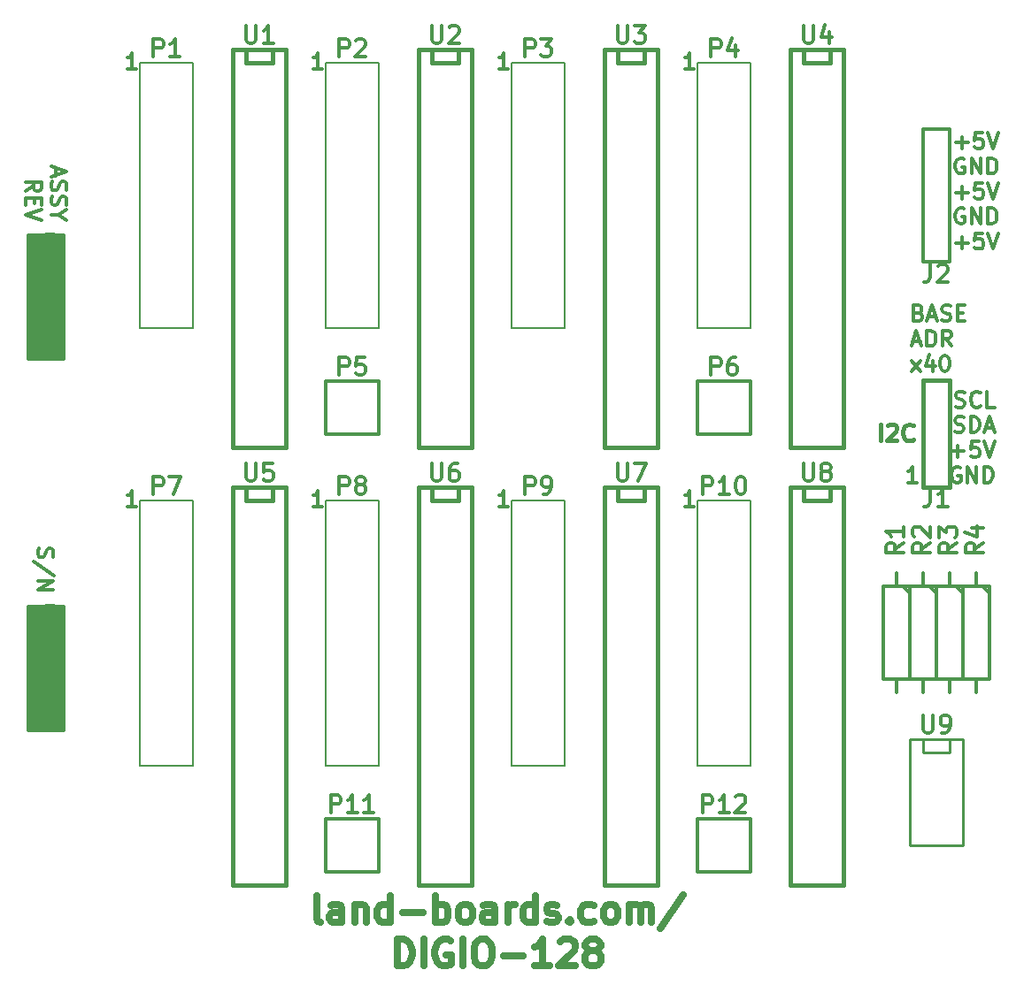
<source format=gto>
G04 (created by PCBNEW (2013-07-07 BZR 4022)-stable) date 3/28/2015 2:44:44 PM*
%MOIN*%
G04 Gerber Fmt 3.4, Leading zero omitted, Abs format*
%FSLAX34Y34*%
G01*
G70*
G90*
G04 APERTURE LIST*
%ADD10C,0.00590551*%
%ADD11C,0.011811*%
%ADD12C,0.025*%
%ADD13C,0.015625*%
%ADD14C,0.012*%
%ADD15C,0.015*%
%ADD16C,0.01*%
%ADD17C,0.0125*%
G04 APERTURE END LIST*
G54D10*
G54D11*
X47541Y-33018D02*
X47203Y-33018D01*
X47372Y-33018D02*
X47372Y-32428D01*
X47316Y-32512D01*
X47259Y-32568D01*
X47203Y-32596D01*
X40541Y-33018D02*
X40203Y-33018D01*
X40372Y-33018D02*
X40372Y-32428D01*
X40316Y-32512D01*
X40259Y-32568D01*
X40203Y-32596D01*
X33541Y-33018D02*
X33203Y-33018D01*
X33372Y-33018D02*
X33372Y-32428D01*
X33316Y-32512D01*
X33259Y-32568D01*
X33203Y-32596D01*
X26541Y-33018D02*
X26203Y-33018D01*
X26372Y-33018D02*
X26372Y-32428D01*
X26316Y-32512D01*
X26259Y-32568D01*
X26203Y-32596D01*
X47541Y-16518D02*
X47203Y-16518D01*
X47372Y-16518D02*
X47372Y-15928D01*
X47316Y-16012D01*
X47259Y-16068D01*
X47203Y-16096D01*
X40541Y-16518D02*
X40203Y-16518D01*
X40372Y-16518D02*
X40372Y-15928D01*
X40316Y-16012D01*
X40259Y-16068D01*
X40203Y-16096D01*
X33541Y-16518D02*
X33203Y-16518D01*
X33372Y-16518D02*
X33372Y-15928D01*
X33316Y-16012D01*
X33259Y-16068D01*
X33203Y-16096D01*
X26541Y-16518D02*
X26203Y-16518D01*
X26372Y-16518D02*
X26372Y-15928D01*
X26316Y-16012D01*
X26259Y-16068D01*
X26203Y-16096D01*
X55922Y-32118D02*
X55584Y-32118D01*
X55753Y-32118D02*
X55753Y-31528D01*
X55697Y-31612D01*
X55641Y-31668D01*
X55584Y-31696D01*
X57394Y-19293D02*
X57844Y-19293D01*
X57619Y-19518D02*
X57619Y-19068D01*
X58406Y-18928D02*
X58125Y-18928D01*
X58097Y-19209D01*
X58125Y-19181D01*
X58181Y-19152D01*
X58322Y-19152D01*
X58378Y-19181D01*
X58406Y-19209D01*
X58434Y-19265D01*
X58434Y-19406D01*
X58406Y-19462D01*
X58378Y-19490D01*
X58322Y-19518D01*
X58181Y-19518D01*
X58125Y-19490D01*
X58097Y-19462D01*
X58603Y-18928D02*
X58800Y-19518D01*
X58997Y-18928D01*
X57703Y-19901D02*
X57647Y-19872D01*
X57562Y-19872D01*
X57478Y-19901D01*
X57422Y-19957D01*
X57394Y-20013D01*
X57366Y-20125D01*
X57366Y-20210D01*
X57394Y-20322D01*
X57422Y-20379D01*
X57478Y-20435D01*
X57562Y-20463D01*
X57619Y-20463D01*
X57703Y-20435D01*
X57731Y-20407D01*
X57731Y-20210D01*
X57619Y-20210D01*
X57984Y-20463D02*
X57984Y-19872D01*
X58322Y-20463D01*
X58322Y-19872D01*
X58603Y-20463D02*
X58603Y-19872D01*
X58744Y-19872D01*
X58828Y-19901D01*
X58884Y-19957D01*
X58912Y-20013D01*
X58940Y-20125D01*
X58940Y-20210D01*
X58912Y-20322D01*
X58884Y-20379D01*
X58828Y-20435D01*
X58744Y-20463D01*
X58603Y-20463D01*
X57394Y-21183D02*
X57844Y-21183D01*
X57619Y-21408D02*
X57619Y-20958D01*
X58406Y-20817D02*
X58125Y-20817D01*
X58097Y-21098D01*
X58125Y-21070D01*
X58181Y-21042D01*
X58322Y-21042D01*
X58378Y-21070D01*
X58406Y-21098D01*
X58434Y-21155D01*
X58434Y-21295D01*
X58406Y-21352D01*
X58378Y-21380D01*
X58322Y-21408D01*
X58181Y-21408D01*
X58125Y-21380D01*
X58097Y-21352D01*
X58603Y-20817D02*
X58800Y-21408D01*
X58997Y-20817D01*
X57703Y-21790D02*
X57647Y-21762D01*
X57562Y-21762D01*
X57478Y-21790D01*
X57422Y-21847D01*
X57394Y-21903D01*
X57366Y-22015D01*
X57366Y-22100D01*
X57394Y-22212D01*
X57422Y-22268D01*
X57478Y-22325D01*
X57562Y-22353D01*
X57619Y-22353D01*
X57703Y-22325D01*
X57731Y-22296D01*
X57731Y-22100D01*
X57619Y-22100D01*
X57984Y-22353D02*
X57984Y-21762D01*
X58322Y-22353D01*
X58322Y-21762D01*
X58603Y-22353D02*
X58603Y-21762D01*
X58744Y-21762D01*
X58828Y-21790D01*
X58884Y-21847D01*
X58912Y-21903D01*
X58940Y-22015D01*
X58940Y-22100D01*
X58912Y-22212D01*
X58884Y-22268D01*
X58828Y-22325D01*
X58744Y-22353D01*
X58603Y-22353D01*
X57394Y-23073D02*
X57844Y-23073D01*
X57619Y-23298D02*
X57619Y-22848D01*
X58406Y-22707D02*
X58125Y-22707D01*
X58097Y-22988D01*
X58125Y-22960D01*
X58181Y-22932D01*
X58322Y-22932D01*
X58378Y-22960D01*
X58406Y-22988D01*
X58434Y-23044D01*
X58434Y-23185D01*
X58406Y-23241D01*
X58378Y-23269D01*
X58322Y-23298D01*
X58181Y-23298D01*
X58125Y-23269D01*
X58097Y-23241D01*
X58603Y-22707D02*
X58800Y-23298D01*
X58997Y-22707D01*
X55991Y-25709D02*
X56075Y-25737D01*
X56103Y-25765D01*
X56131Y-25821D01*
X56131Y-25906D01*
X56103Y-25962D01*
X56075Y-25990D01*
X56019Y-26018D01*
X55794Y-26018D01*
X55794Y-25428D01*
X55991Y-25428D01*
X56047Y-25456D01*
X56075Y-25484D01*
X56103Y-25540D01*
X56103Y-25596D01*
X56075Y-25652D01*
X56047Y-25681D01*
X55991Y-25709D01*
X55794Y-25709D01*
X56356Y-25849D02*
X56637Y-25849D01*
X56300Y-26018D02*
X56497Y-25428D01*
X56694Y-26018D01*
X56862Y-25990D02*
X56947Y-26018D01*
X57087Y-26018D01*
X57143Y-25990D01*
X57172Y-25962D01*
X57200Y-25906D01*
X57200Y-25849D01*
X57172Y-25793D01*
X57143Y-25765D01*
X57087Y-25737D01*
X56975Y-25709D01*
X56919Y-25681D01*
X56890Y-25652D01*
X56862Y-25596D01*
X56862Y-25540D01*
X56890Y-25484D01*
X56919Y-25456D01*
X56975Y-25428D01*
X57115Y-25428D01*
X57200Y-25456D01*
X57453Y-25709D02*
X57650Y-25709D01*
X57734Y-26018D02*
X57453Y-26018D01*
X57453Y-25428D01*
X57734Y-25428D01*
X55766Y-26794D02*
X56047Y-26794D01*
X55709Y-26963D02*
X55906Y-26372D01*
X56103Y-26963D01*
X56300Y-26963D02*
X56300Y-26372D01*
X56440Y-26372D01*
X56525Y-26401D01*
X56581Y-26457D01*
X56609Y-26513D01*
X56637Y-26625D01*
X56637Y-26710D01*
X56609Y-26822D01*
X56581Y-26879D01*
X56525Y-26935D01*
X56440Y-26963D01*
X56300Y-26963D01*
X57228Y-26963D02*
X57031Y-26682D01*
X56890Y-26963D02*
X56890Y-26372D01*
X57115Y-26372D01*
X57172Y-26401D01*
X57200Y-26429D01*
X57228Y-26485D01*
X57228Y-26569D01*
X57200Y-26625D01*
X57172Y-26654D01*
X57115Y-26682D01*
X56890Y-26682D01*
X55737Y-27908D02*
X56047Y-27514D01*
X55737Y-27514D02*
X56047Y-27908D01*
X56525Y-27514D02*
X56525Y-27908D01*
X56384Y-27289D02*
X56244Y-27711D01*
X56609Y-27711D01*
X56947Y-27317D02*
X57003Y-27317D01*
X57059Y-27345D01*
X57087Y-27374D01*
X57115Y-27430D01*
X57143Y-27542D01*
X57143Y-27683D01*
X57115Y-27795D01*
X57087Y-27852D01*
X57059Y-27880D01*
X57003Y-27908D01*
X56947Y-27908D01*
X56890Y-27880D01*
X56862Y-27852D01*
X56834Y-27795D01*
X56806Y-27683D01*
X56806Y-27542D01*
X56834Y-27430D01*
X56862Y-27374D01*
X56890Y-27345D01*
X56947Y-27317D01*
G54D12*
X33463Y-48684D02*
X33367Y-48636D01*
X33320Y-48541D01*
X33320Y-47684D01*
X34272Y-48684D02*
X34272Y-48160D01*
X34224Y-48065D01*
X34129Y-48017D01*
X33939Y-48017D01*
X33844Y-48065D01*
X34272Y-48636D02*
X34177Y-48684D01*
X33939Y-48684D01*
X33844Y-48636D01*
X33796Y-48541D01*
X33796Y-48446D01*
X33844Y-48350D01*
X33939Y-48303D01*
X34177Y-48303D01*
X34272Y-48255D01*
X34748Y-48017D02*
X34748Y-48684D01*
X34748Y-48112D02*
X34796Y-48065D01*
X34891Y-48017D01*
X35034Y-48017D01*
X35129Y-48065D01*
X35177Y-48160D01*
X35177Y-48684D01*
X36082Y-48684D02*
X36082Y-47684D01*
X36082Y-48636D02*
X35986Y-48684D01*
X35796Y-48684D01*
X35701Y-48636D01*
X35653Y-48589D01*
X35605Y-48493D01*
X35605Y-48208D01*
X35653Y-48112D01*
X35701Y-48065D01*
X35796Y-48017D01*
X35986Y-48017D01*
X36082Y-48065D01*
X36558Y-48303D02*
X37320Y-48303D01*
X37796Y-48684D02*
X37796Y-47684D01*
X37796Y-48065D02*
X37891Y-48017D01*
X38082Y-48017D01*
X38177Y-48065D01*
X38224Y-48112D01*
X38272Y-48208D01*
X38272Y-48493D01*
X38224Y-48589D01*
X38177Y-48636D01*
X38082Y-48684D01*
X37891Y-48684D01*
X37796Y-48636D01*
X38844Y-48684D02*
X38748Y-48636D01*
X38701Y-48589D01*
X38653Y-48493D01*
X38653Y-48208D01*
X38701Y-48112D01*
X38748Y-48065D01*
X38844Y-48017D01*
X38986Y-48017D01*
X39082Y-48065D01*
X39129Y-48112D01*
X39177Y-48208D01*
X39177Y-48493D01*
X39129Y-48589D01*
X39082Y-48636D01*
X38986Y-48684D01*
X38844Y-48684D01*
X40034Y-48684D02*
X40034Y-48160D01*
X39986Y-48065D01*
X39891Y-48017D01*
X39701Y-48017D01*
X39605Y-48065D01*
X40034Y-48636D02*
X39939Y-48684D01*
X39701Y-48684D01*
X39605Y-48636D01*
X39558Y-48541D01*
X39558Y-48446D01*
X39605Y-48350D01*
X39701Y-48303D01*
X39939Y-48303D01*
X40034Y-48255D01*
X40510Y-48684D02*
X40510Y-48017D01*
X40510Y-48208D02*
X40558Y-48112D01*
X40605Y-48065D01*
X40701Y-48017D01*
X40796Y-48017D01*
X41558Y-48684D02*
X41558Y-47684D01*
X41558Y-48636D02*
X41463Y-48684D01*
X41272Y-48684D01*
X41177Y-48636D01*
X41129Y-48589D01*
X41082Y-48493D01*
X41082Y-48208D01*
X41129Y-48112D01*
X41177Y-48065D01*
X41272Y-48017D01*
X41463Y-48017D01*
X41558Y-48065D01*
X41986Y-48636D02*
X42082Y-48684D01*
X42272Y-48684D01*
X42367Y-48636D01*
X42415Y-48541D01*
X42415Y-48493D01*
X42367Y-48398D01*
X42272Y-48350D01*
X42129Y-48350D01*
X42034Y-48303D01*
X41986Y-48208D01*
X41986Y-48160D01*
X42034Y-48065D01*
X42129Y-48017D01*
X42272Y-48017D01*
X42367Y-48065D01*
X42844Y-48589D02*
X42891Y-48636D01*
X42844Y-48684D01*
X42796Y-48636D01*
X42844Y-48589D01*
X42844Y-48684D01*
X43748Y-48636D02*
X43653Y-48684D01*
X43463Y-48684D01*
X43367Y-48636D01*
X43320Y-48589D01*
X43272Y-48493D01*
X43272Y-48208D01*
X43320Y-48112D01*
X43367Y-48065D01*
X43463Y-48017D01*
X43653Y-48017D01*
X43748Y-48065D01*
X44320Y-48684D02*
X44224Y-48636D01*
X44177Y-48589D01*
X44129Y-48493D01*
X44129Y-48208D01*
X44177Y-48112D01*
X44224Y-48065D01*
X44320Y-48017D01*
X44463Y-48017D01*
X44558Y-48065D01*
X44605Y-48112D01*
X44653Y-48208D01*
X44653Y-48493D01*
X44605Y-48589D01*
X44558Y-48636D01*
X44463Y-48684D01*
X44320Y-48684D01*
X45082Y-48684D02*
X45082Y-48017D01*
X45082Y-48112D02*
X45129Y-48065D01*
X45224Y-48017D01*
X45367Y-48017D01*
X45463Y-48065D01*
X45510Y-48160D01*
X45510Y-48684D01*
X45510Y-48160D02*
X45558Y-48065D01*
X45653Y-48017D01*
X45796Y-48017D01*
X45891Y-48065D01*
X45939Y-48160D01*
X45939Y-48684D01*
X47129Y-47636D02*
X46272Y-48922D01*
X36344Y-50334D02*
X36344Y-49334D01*
X36582Y-49334D01*
X36724Y-49381D01*
X36820Y-49477D01*
X36867Y-49572D01*
X36915Y-49762D01*
X36915Y-49905D01*
X36867Y-50096D01*
X36820Y-50191D01*
X36724Y-50286D01*
X36582Y-50334D01*
X36344Y-50334D01*
X37344Y-50334D02*
X37344Y-49334D01*
X38344Y-49381D02*
X38248Y-49334D01*
X38105Y-49334D01*
X37963Y-49381D01*
X37867Y-49477D01*
X37820Y-49572D01*
X37772Y-49762D01*
X37772Y-49905D01*
X37820Y-50096D01*
X37867Y-50191D01*
X37963Y-50286D01*
X38105Y-50334D01*
X38201Y-50334D01*
X38344Y-50286D01*
X38391Y-50239D01*
X38391Y-49905D01*
X38201Y-49905D01*
X38820Y-50334D02*
X38820Y-49334D01*
X39486Y-49334D02*
X39677Y-49334D01*
X39772Y-49381D01*
X39867Y-49477D01*
X39915Y-49667D01*
X39915Y-50000D01*
X39867Y-50191D01*
X39772Y-50286D01*
X39677Y-50334D01*
X39486Y-50334D01*
X39391Y-50286D01*
X39296Y-50191D01*
X39248Y-50000D01*
X39248Y-49667D01*
X39296Y-49477D01*
X39391Y-49381D01*
X39486Y-49334D01*
X40344Y-49953D02*
X41105Y-49953D01*
X42105Y-50334D02*
X41534Y-50334D01*
X41820Y-50334D02*
X41820Y-49334D01*
X41724Y-49477D01*
X41629Y-49572D01*
X41534Y-49620D01*
X42486Y-49429D02*
X42534Y-49381D01*
X42629Y-49334D01*
X42867Y-49334D01*
X42963Y-49381D01*
X43010Y-49429D01*
X43058Y-49524D01*
X43058Y-49620D01*
X43010Y-49762D01*
X42439Y-50334D01*
X43058Y-50334D01*
X43629Y-49762D02*
X43534Y-49715D01*
X43486Y-49667D01*
X43439Y-49572D01*
X43439Y-49524D01*
X43486Y-49429D01*
X43534Y-49381D01*
X43629Y-49334D01*
X43820Y-49334D01*
X43915Y-49381D01*
X43963Y-49429D01*
X44010Y-49524D01*
X44010Y-49572D01*
X43963Y-49667D01*
X43915Y-49715D01*
X43820Y-49762D01*
X43629Y-49762D01*
X43534Y-49810D01*
X43486Y-49858D01*
X43439Y-49953D01*
X43439Y-50143D01*
X43486Y-50239D01*
X43534Y-50286D01*
X43629Y-50334D01*
X43820Y-50334D01*
X43915Y-50286D01*
X43963Y-50239D01*
X44010Y-50143D01*
X44010Y-49953D01*
X43963Y-49858D01*
X43915Y-49810D01*
X43820Y-49762D01*
G54D11*
X22842Y-34592D02*
X22814Y-34676D01*
X22814Y-34817D01*
X22842Y-34873D01*
X22870Y-34901D01*
X22926Y-34929D01*
X22983Y-34929D01*
X23039Y-34901D01*
X23067Y-34873D01*
X23095Y-34817D01*
X23123Y-34704D01*
X23151Y-34648D01*
X23180Y-34620D01*
X23236Y-34592D01*
X23292Y-34592D01*
X23348Y-34620D01*
X23376Y-34648D01*
X23405Y-34704D01*
X23405Y-34845D01*
X23376Y-34929D01*
X23433Y-35604D02*
X22673Y-35098D01*
X22814Y-35801D02*
X23405Y-35801D01*
X22814Y-36138D01*
X23405Y-36138D01*
G54D13*
X54543Y-30532D02*
X54543Y-29907D01*
X54811Y-29967D02*
X54841Y-29937D01*
X54900Y-29907D01*
X55049Y-29907D01*
X55108Y-29937D01*
X55138Y-29967D01*
X55168Y-30026D01*
X55168Y-30086D01*
X55138Y-30175D01*
X54781Y-30532D01*
X55168Y-30532D01*
X55793Y-30472D02*
X55763Y-30502D01*
X55674Y-30532D01*
X55614Y-30532D01*
X55525Y-30502D01*
X55466Y-30443D01*
X55436Y-30383D01*
X55406Y-30264D01*
X55406Y-30175D01*
X55436Y-30056D01*
X55466Y-29996D01*
X55525Y-29937D01*
X55614Y-29907D01*
X55674Y-29907D01*
X55763Y-29937D01*
X55793Y-29967D01*
G54D11*
X57384Y-29240D02*
X57469Y-29268D01*
X57609Y-29268D01*
X57666Y-29240D01*
X57694Y-29212D01*
X57722Y-29156D01*
X57722Y-29099D01*
X57694Y-29043D01*
X57666Y-29015D01*
X57609Y-28987D01*
X57497Y-28959D01*
X57441Y-28931D01*
X57413Y-28902D01*
X57384Y-28846D01*
X57384Y-28790D01*
X57413Y-28734D01*
X57441Y-28706D01*
X57497Y-28678D01*
X57638Y-28678D01*
X57722Y-28706D01*
X58312Y-29212D02*
X58284Y-29240D01*
X58200Y-29268D01*
X58144Y-29268D01*
X58059Y-29240D01*
X58003Y-29184D01*
X57975Y-29127D01*
X57947Y-29015D01*
X57947Y-28931D01*
X57975Y-28818D01*
X58003Y-28762D01*
X58059Y-28706D01*
X58144Y-28678D01*
X58200Y-28678D01*
X58284Y-28706D01*
X58312Y-28734D01*
X58847Y-29268D02*
X58566Y-29268D01*
X58566Y-28678D01*
X57356Y-30185D02*
X57441Y-30213D01*
X57581Y-30213D01*
X57638Y-30185D01*
X57666Y-30157D01*
X57694Y-30100D01*
X57694Y-30044D01*
X57666Y-29988D01*
X57638Y-29960D01*
X57581Y-29932D01*
X57469Y-29904D01*
X57413Y-29875D01*
X57384Y-29847D01*
X57356Y-29791D01*
X57356Y-29735D01*
X57384Y-29679D01*
X57413Y-29651D01*
X57469Y-29622D01*
X57609Y-29622D01*
X57694Y-29651D01*
X57947Y-30213D02*
X57947Y-29622D01*
X58088Y-29622D01*
X58172Y-29651D01*
X58228Y-29707D01*
X58256Y-29763D01*
X58284Y-29875D01*
X58284Y-29960D01*
X58256Y-30072D01*
X58228Y-30129D01*
X58172Y-30185D01*
X58088Y-30213D01*
X57947Y-30213D01*
X58509Y-30044D02*
X58791Y-30044D01*
X58453Y-30213D02*
X58650Y-29622D01*
X58847Y-30213D01*
X57244Y-30933D02*
X57694Y-30933D01*
X57469Y-31158D02*
X57469Y-30708D01*
X58256Y-30567D02*
X57975Y-30567D01*
X57947Y-30848D01*
X57975Y-30820D01*
X58031Y-30792D01*
X58172Y-30792D01*
X58228Y-30820D01*
X58256Y-30848D01*
X58284Y-30905D01*
X58284Y-31045D01*
X58256Y-31102D01*
X58228Y-31130D01*
X58172Y-31158D01*
X58031Y-31158D01*
X57975Y-31130D01*
X57947Y-31102D01*
X58453Y-30567D02*
X58650Y-31158D01*
X58847Y-30567D01*
X57553Y-31540D02*
X57497Y-31512D01*
X57413Y-31512D01*
X57328Y-31540D01*
X57272Y-31597D01*
X57244Y-31653D01*
X57216Y-31765D01*
X57216Y-31850D01*
X57244Y-31962D01*
X57272Y-32018D01*
X57328Y-32075D01*
X57413Y-32103D01*
X57469Y-32103D01*
X57553Y-32075D01*
X57581Y-32046D01*
X57581Y-31850D01*
X57469Y-31850D01*
X57834Y-32103D02*
X57834Y-31512D01*
X58172Y-32103D01*
X58172Y-31512D01*
X58453Y-32103D02*
X58453Y-31512D01*
X58594Y-31512D01*
X58678Y-31540D01*
X58734Y-31597D01*
X58762Y-31653D01*
X58791Y-31765D01*
X58791Y-31850D01*
X58762Y-31962D01*
X58734Y-32018D01*
X58678Y-32075D01*
X58594Y-32103D01*
X58453Y-32103D01*
X23483Y-20254D02*
X23483Y-20535D01*
X23314Y-20198D02*
X23905Y-20395D01*
X23314Y-20592D01*
X23342Y-20760D02*
X23314Y-20845D01*
X23314Y-20985D01*
X23342Y-21042D01*
X23370Y-21070D01*
X23426Y-21098D01*
X23483Y-21098D01*
X23539Y-21070D01*
X23567Y-21042D01*
X23595Y-20985D01*
X23623Y-20873D01*
X23651Y-20817D01*
X23680Y-20789D01*
X23736Y-20760D01*
X23792Y-20760D01*
X23848Y-20789D01*
X23876Y-20817D01*
X23905Y-20873D01*
X23905Y-21014D01*
X23876Y-21098D01*
X23342Y-21323D02*
X23314Y-21407D01*
X23314Y-21548D01*
X23342Y-21604D01*
X23370Y-21632D01*
X23426Y-21660D01*
X23483Y-21660D01*
X23539Y-21632D01*
X23567Y-21604D01*
X23595Y-21548D01*
X23623Y-21435D01*
X23651Y-21379D01*
X23680Y-21351D01*
X23736Y-21323D01*
X23792Y-21323D01*
X23848Y-21351D01*
X23876Y-21379D01*
X23905Y-21435D01*
X23905Y-21576D01*
X23876Y-21660D01*
X23595Y-22026D02*
X23314Y-22026D01*
X23905Y-21829D02*
X23595Y-22026D01*
X23905Y-22223D01*
X22369Y-21126D02*
X22650Y-20929D01*
X22369Y-20789D02*
X22960Y-20789D01*
X22960Y-21014D01*
X22932Y-21070D01*
X22903Y-21098D01*
X22847Y-21126D01*
X22763Y-21126D01*
X22707Y-21098D01*
X22678Y-21070D01*
X22650Y-21014D01*
X22650Y-20789D01*
X22678Y-21379D02*
X22678Y-21576D01*
X22369Y-21660D02*
X22369Y-21379D01*
X22960Y-21379D01*
X22960Y-21660D01*
X22960Y-21829D02*
X22369Y-22026D01*
X22960Y-22223D01*
G54D14*
X57653Y-36029D02*
X56653Y-36029D01*
X56653Y-36029D02*
X56653Y-39529D01*
X56653Y-39529D02*
X57653Y-39529D01*
X57653Y-39529D02*
X57653Y-36029D01*
X57403Y-36029D02*
X57653Y-36279D01*
X57153Y-36029D02*
X57153Y-35529D01*
X57153Y-39529D02*
X57153Y-40029D01*
X58653Y-36029D02*
X57653Y-36029D01*
X57653Y-36029D02*
X57653Y-39529D01*
X57653Y-39529D02*
X58653Y-39529D01*
X58653Y-39529D02*
X58653Y-36029D01*
X58403Y-36029D02*
X58653Y-36279D01*
X58153Y-36029D02*
X58153Y-35529D01*
X58153Y-39529D02*
X58153Y-40029D01*
X55653Y-36029D02*
X54653Y-36029D01*
X54653Y-36029D02*
X54653Y-39529D01*
X54653Y-39529D02*
X55653Y-39529D01*
X55653Y-39529D02*
X55653Y-36029D01*
X55403Y-36029D02*
X55653Y-36279D01*
X55153Y-36029D02*
X55153Y-35529D01*
X55153Y-39529D02*
X55153Y-40029D01*
X56653Y-36029D02*
X55653Y-36029D01*
X55653Y-36029D02*
X55653Y-39529D01*
X55653Y-39529D02*
X56653Y-39529D01*
X56653Y-39529D02*
X56653Y-36029D01*
X56403Y-36029D02*
X56653Y-36279D01*
X56153Y-36029D02*
X56153Y-35529D01*
X56153Y-39529D02*
X56153Y-40029D01*
G54D15*
X53153Y-15779D02*
X53153Y-30779D01*
X53153Y-30779D02*
X51153Y-30779D01*
X51153Y-30779D02*
X51153Y-15779D01*
X51153Y-15779D02*
X53153Y-15779D01*
X52653Y-15779D02*
X52653Y-16279D01*
X52653Y-16279D02*
X51653Y-16279D01*
X51653Y-16279D02*
X51653Y-15779D01*
X46153Y-15779D02*
X46153Y-30779D01*
X46153Y-30779D02*
X44153Y-30779D01*
X44153Y-30779D02*
X44153Y-15779D01*
X44153Y-15779D02*
X46153Y-15779D01*
X45653Y-15779D02*
X45653Y-16279D01*
X45653Y-16279D02*
X44653Y-16279D01*
X44653Y-16279D02*
X44653Y-15779D01*
X32153Y-32279D02*
X32153Y-47279D01*
X32153Y-47279D02*
X30153Y-47279D01*
X30153Y-47279D02*
X30153Y-32279D01*
X30153Y-32279D02*
X32153Y-32279D01*
X31653Y-32279D02*
X31653Y-32779D01*
X31653Y-32779D02*
X30653Y-32779D01*
X30653Y-32779D02*
X30653Y-32279D01*
X39153Y-32279D02*
X39153Y-47279D01*
X39153Y-47279D02*
X37153Y-47279D01*
X37153Y-47279D02*
X37153Y-32279D01*
X37153Y-32279D02*
X39153Y-32279D01*
X38653Y-32279D02*
X38653Y-32779D01*
X38653Y-32779D02*
X37653Y-32779D01*
X37653Y-32779D02*
X37653Y-32279D01*
X39153Y-15779D02*
X39153Y-30779D01*
X39153Y-30779D02*
X37153Y-30779D01*
X37153Y-30779D02*
X37153Y-15779D01*
X37153Y-15779D02*
X39153Y-15779D01*
X38653Y-15779D02*
X38653Y-16279D01*
X38653Y-16279D02*
X37653Y-16279D01*
X37653Y-16279D02*
X37653Y-15779D01*
X46153Y-32279D02*
X46153Y-47279D01*
X46153Y-47279D02*
X44153Y-47279D01*
X44153Y-47279D02*
X44153Y-32279D01*
X44153Y-32279D02*
X46153Y-32279D01*
X45653Y-32279D02*
X45653Y-32779D01*
X45653Y-32779D02*
X44653Y-32779D01*
X44653Y-32779D02*
X44653Y-32279D01*
X53153Y-32279D02*
X53153Y-47279D01*
X53153Y-47279D02*
X51153Y-47279D01*
X51153Y-47279D02*
X51153Y-32279D01*
X51153Y-32279D02*
X53153Y-32279D01*
X52653Y-32279D02*
X52653Y-32779D01*
X52653Y-32779D02*
X51653Y-32779D01*
X51653Y-32779D02*
X51653Y-32279D01*
X32153Y-15779D02*
X32153Y-30779D01*
X32153Y-30779D02*
X30153Y-30779D01*
X30153Y-30779D02*
X30153Y-15779D01*
X30153Y-15779D02*
X32153Y-15779D01*
X31653Y-15779D02*
X31653Y-16279D01*
X31653Y-16279D02*
X30653Y-16279D01*
X30653Y-16279D02*
X30653Y-15779D01*
G54D10*
X49653Y-26279D02*
X49653Y-16279D01*
X49653Y-16279D02*
X47653Y-16279D01*
X47653Y-16279D02*
X47653Y-26279D01*
X47653Y-26279D02*
X49653Y-26279D01*
X42653Y-26279D02*
X42653Y-16279D01*
X42653Y-16279D02*
X40653Y-16279D01*
X40653Y-16279D02*
X40653Y-26279D01*
X40653Y-26279D02*
X42653Y-26279D01*
X35653Y-26279D02*
X35653Y-16279D01*
X35653Y-16279D02*
X33653Y-16279D01*
X33653Y-16279D02*
X33653Y-26279D01*
X33653Y-26279D02*
X35653Y-26279D01*
X28653Y-26279D02*
X28653Y-16279D01*
X28653Y-16279D02*
X26653Y-16279D01*
X26653Y-16279D02*
X26653Y-26279D01*
X26653Y-26279D02*
X28653Y-26279D01*
G54D15*
X56161Y-32271D02*
X56161Y-28236D01*
X56161Y-28236D02*
X57145Y-28236D01*
X56161Y-32271D02*
X57145Y-32271D01*
X57145Y-32271D02*
X57145Y-28236D01*
G54D10*
X35653Y-42779D02*
X35653Y-32779D01*
X35653Y-32779D02*
X33653Y-32779D01*
X33653Y-32779D02*
X33653Y-42779D01*
X33653Y-42779D02*
X35653Y-42779D01*
X42653Y-42779D02*
X42653Y-32779D01*
X42653Y-32779D02*
X40653Y-32779D01*
X40653Y-32779D02*
X40653Y-42779D01*
X40653Y-42779D02*
X42653Y-42779D01*
X49653Y-42779D02*
X49653Y-32779D01*
X49653Y-32779D02*
X47653Y-32779D01*
X47653Y-32779D02*
X47653Y-42779D01*
X47653Y-42779D02*
X49653Y-42779D01*
G54D16*
X57153Y-41779D02*
X57153Y-42279D01*
X57153Y-42279D02*
X56153Y-42279D01*
X56153Y-42279D02*
X56153Y-41779D01*
X57653Y-41779D02*
X57653Y-45779D01*
X57653Y-45779D02*
X55653Y-45779D01*
X55653Y-45779D02*
X55653Y-41779D01*
X55653Y-41779D02*
X57653Y-41779D01*
G54D14*
X49653Y-44779D02*
X49653Y-46779D01*
X49653Y-46779D02*
X47653Y-46779D01*
X47653Y-46779D02*
X47653Y-44779D01*
X47653Y-44779D02*
X49653Y-44779D01*
X35653Y-44779D02*
X35653Y-46779D01*
X35653Y-46779D02*
X33653Y-46779D01*
X33653Y-46779D02*
X33653Y-44779D01*
X33653Y-44779D02*
X35653Y-44779D01*
X49653Y-28279D02*
X49653Y-30279D01*
X49653Y-30279D02*
X47653Y-30279D01*
X47653Y-30279D02*
X47653Y-28279D01*
X47653Y-28279D02*
X49653Y-28279D01*
X35653Y-28279D02*
X35653Y-30279D01*
X35653Y-30279D02*
X33653Y-30279D01*
X33653Y-30279D02*
X33653Y-28279D01*
X33653Y-28279D02*
X35653Y-28279D01*
G54D10*
X28653Y-42779D02*
X28653Y-32779D01*
X28653Y-32779D02*
X26653Y-32779D01*
X26653Y-32779D02*
X26653Y-42779D01*
X26653Y-42779D02*
X28653Y-42779D01*
G54D14*
X56153Y-23779D02*
X57153Y-23779D01*
X57153Y-18779D02*
X56153Y-18779D01*
X56153Y-23779D02*
X56153Y-18779D01*
X57153Y-18779D02*
X57153Y-23779D01*
G54D12*
X22653Y-27379D02*
X22653Y-22879D01*
X22653Y-22879D02*
X22903Y-22879D01*
X22903Y-22879D02*
X22903Y-27379D01*
X22903Y-27379D02*
X23153Y-27379D01*
X23153Y-27379D02*
X23153Y-22829D01*
X23153Y-22829D02*
X23403Y-22829D01*
X23403Y-22829D02*
X23403Y-27379D01*
X23403Y-27379D02*
X23603Y-27379D01*
X23603Y-27379D02*
X23603Y-22879D01*
G54D15*
X22453Y-22779D02*
X22453Y-27429D01*
X22453Y-27429D02*
X23753Y-27429D01*
X23753Y-27429D02*
X23753Y-22779D01*
X23753Y-22779D02*
X22453Y-22779D01*
G54D12*
X22653Y-41379D02*
X22653Y-36879D01*
X22653Y-36879D02*
X22903Y-36879D01*
X22903Y-36879D02*
X22903Y-41379D01*
X22903Y-41379D02*
X23153Y-41379D01*
X23153Y-41379D02*
X23153Y-36829D01*
X23153Y-36829D02*
X23403Y-36829D01*
X23403Y-36829D02*
X23403Y-41379D01*
X23403Y-41379D02*
X23603Y-41379D01*
X23603Y-41379D02*
X23603Y-36879D01*
G54D15*
X22453Y-36779D02*
X22453Y-41429D01*
X22453Y-41429D02*
X23753Y-41429D01*
X23753Y-41429D02*
X23753Y-36779D01*
X23753Y-36779D02*
X22453Y-36779D01*
G54D17*
X57416Y-34387D02*
X57107Y-34604D01*
X57416Y-34759D02*
X56766Y-34759D01*
X56766Y-34511D01*
X56797Y-34449D01*
X56828Y-34418D01*
X56890Y-34387D01*
X56983Y-34387D01*
X57045Y-34418D01*
X57076Y-34449D01*
X57107Y-34511D01*
X57107Y-34759D01*
X56766Y-34171D02*
X56766Y-33768D01*
X57014Y-33985D01*
X57014Y-33892D01*
X57045Y-33830D01*
X57076Y-33799D01*
X57138Y-33768D01*
X57292Y-33768D01*
X57354Y-33799D01*
X57385Y-33830D01*
X57416Y-33892D01*
X57416Y-34078D01*
X57385Y-34140D01*
X57354Y-34171D01*
X58416Y-34387D02*
X58107Y-34604D01*
X58416Y-34759D02*
X57766Y-34759D01*
X57766Y-34511D01*
X57797Y-34449D01*
X57828Y-34418D01*
X57890Y-34387D01*
X57983Y-34387D01*
X58045Y-34418D01*
X58076Y-34449D01*
X58107Y-34511D01*
X58107Y-34759D01*
X57983Y-33830D02*
X58416Y-33830D01*
X57735Y-33985D02*
X58199Y-34140D01*
X58199Y-33737D01*
X55416Y-34387D02*
X55107Y-34604D01*
X55416Y-34759D02*
X54766Y-34759D01*
X54766Y-34511D01*
X54797Y-34449D01*
X54828Y-34418D01*
X54890Y-34387D01*
X54983Y-34387D01*
X55045Y-34418D01*
X55076Y-34449D01*
X55107Y-34511D01*
X55107Y-34759D01*
X55416Y-33768D02*
X55416Y-34140D01*
X55416Y-33954D02*
X54766Y-33954D01*
X54859Y-34016D01*
X54921Y-34078D01*
X54952Y-34140D01*
X56416Y-34387D02*
X56107Y-34604D01*
X56416Y-34759D02*
X55766Y-34759D01*
X55766Y-34511D01*
X55797Y-34449D01*
X55828Y-34418D01*
X55890Y-34387D01*
X55983Y-34387D01*
X56045Y-34418D01*
X56076Y-34449D01*
X56107Y-34511D01*
X56107Y-34759D01*
X55828Y-34140D02*
X55797Y-34109D01*
X55766Y-34047D01*
X55766Y-33892D01*
X55797Y-33830D01*
X55828Y-33799D01*
X55890Y-33768D01*
X55952Y-33768D01*
X56045Y-33799D01*
X56416Y-34171D01*
X56416Y-33768D01*
X51658Y-14892D02*
X51658Y-15418D01*
X51689Y-15480D01*
X51720Y-15511D01*
X51782Y-15542D01*
X51905Y-15542D01*
X51967Y-15511D01*
X51998Y-15480D01*
X52029Y-15418D01*
X52029Y-14892D01*
X52617Y-15109D02*
X52617Y-15542D01*
X52463Y-14861D02*
X52308Y-15325D01*
X52710Y-15325D01*
X44658Y-14892D02*
X44658Y-15418D01*
X44689Y-15480D01*
X44720Y-15511D01*
X44782Y-15542D01*
X44905Y-15542D01*
X44967Y-15511D01*
X44998Y-15480D01*
X45029Y-15418D01*
X45029Y-14892D01*
X45277Y-14892D02*
X45679Y-14892D01*
X45463Y-15140D01*
X45555Y-15140D01*
X45617Y-15171D01*
X45648Y-15202D01*
X45679Y-15264D01*
X45679Y-15418D01*
X45648Y-15480D01*
X45617Y-15511D01*
X45555Y-15542D01*
X45370Y-15542D01*
X45308Y-15511D01*
X45277Y-15480D01*
X30658Y-31392D02*
X30658Y-31918D01*
X30689Y-31980D01*
X30720Y-32011D01*
X30782Y-32042D01*
X30905Y-32042D01*
X30967Y-32011D01*
X30998Y-31980D01*
X31029Y-31918D01*
X31029Y-31392D01*
X31648Y-31392D02*
X31339Y-31392D01*
X31308Y-31702D01*
X31339Y-31671D01*
X31401Y-31640D01*
X31555Y-31640D01*
X31617Y-31671D01*
X31648Y-31702D01*
X31679Y-31764D01*
X31679Y-31918D01*
X31648Y-31980D01*
X31617Y-32011D01*
X31555Y-32042D01*
X31401Y-32042D01*
X31339Y-32011D01*
X31308Y-31980D01*
X37658Y-31392D02*
X37658Y-31918D01*
X37689Y-31980D01*
X37720Y-32011D01*
X37782Y-32042D01*
X37905Y-32042D01*
X37967Y-32011D01*
X37998Y-31980D01*
X38029Y-31918D01*
X38029Y-31392D01*
X38617Y-31392D02*
X38494Y-31392D01*
X38432Y-31423D01*
X38401Y-31454D01*
X38339Y-31547D01*
X38308Y-31671D01*
X38308Y-31918D01*
X38339Y-31980D01*
X38370Y-32011D01*
X38432Y-32042D01*
X38555Y-32042D01*
X38617Y-32011D01*
X38648Y-31980D01*
X38679Y-31918D01*
X38679Y-31764D01*
X38648Y-31702D01*
X38617Y-31671D01*
X38555Y-31640D01*
X38432Y-31640D01*
X38370Y-31671D01*
X38339Y-31702D01*
X38308Y-31764D01*
X37658Y-14892D02*
X37658Y-15418D01*
X37689Y-15480D01*
X37720Y-15511D01*
X37782Y-15542D01*
X37905Y-15542D01*
X37967Y-15511D01*
X37998Y-15480D01*
X38029Y-15418D01*
X38029Y-14892D01*
X38308Y-14954D02*
X38339Y-14923D01*
X38401Y-14892D01*
X38555Y-14892D01*
X38617Y-14923D01*
X38648Y-14954D01*
X38679Y-15016D01*
X38679Y-15078D01*
X38648Y-15171D01*
X38277Y-15542D01*
X38679Y-15542D01*
X44658Y-31392D02*
X44658Y-31918D01*
X44689Y-31980D01*
X44720Y-32011D01*
X44782Y-32042D01*
X44905Y-32042D01*
X44967Y-32011D01*
X44998Y-31980D01*
X45029Y-31918D01*
X45029Y-31392D01*
X45277Y-31392D02*
X45710Y-31392D01*
X45432Y-32042D01*
X51658Y-31392D02*
X51658Y-31918D01*
X51689Y-31980D01*
X51720Y-32011D01*
X51782Y-32042D01*
X51905Y-32042D01*
X51967Y-32011D01*
X51998Y-31980D01*
X52029Y-31918D01*
X52029Y-31392D01*
X52432Y-31671D02*
X52370Y-31640D01*
X52339Y-31609D01*
X52308Y-31547D01*
X52308Y-31516D01*
X52339Y-31454D01*
X52370Y-31423D01*
X52432Y-31392D01*
X52555Y-31392D01*
X52617Y-31423D01*
X52648Y-31454D01*
X52679Y-31516D01*
X52679Y-31547D01*
X52648Y-31609D01*
X52617Y-31640D01*
X52555Y-31671D01*
X52432Y-31671D01*
X52370Y-31702D01*
X52339Y-31733D01*
X52308Y-31795D01*
X52308Y-31918D01*
X52339Y-31980D01*
X52370Y-32011D01*
X52432Y-32042D01*
X52555Y-32042D01*
X52617Y-32011D01*
X52648Y-31980D01*
X52679Y-31918D01*
X52679Y-31795D01*
X52648Y-31733D01*
X52617Y-31702D01*
X52555Y-31671D01*
X30658Y-14892D02*
X30658Y-15418D01*
X30689Y-15480D01*
X30720Y-15511D01*
X30782Y-15542D01*
X30905Y-15542D01*
X30967Y-15511D01*
X30998Y-15480D01*
X31029Y-15418D01*
X31029Y-14892D01*
X31679Y-15542D02*
X31308Y-15542D01*
X31494Y-15542D02*
X31494Y-14892D01*
X31432Y-14985D01*
X31370Y-15047D01*
X31308Y-15078D01*
X48173Y-16042D02*
X48173Y-15392D01*
X48421Y-15392D01*
X48483Y-15423D01*
X48514Y-15454D01*
X48545Y-15516D01*
X48545Y-15609D01*
X48514Y-15671D01*
X48483Y-15702D01*
X48421Y-15733D01*
X48173Y-15733D01*
X49102Y-15609D02*
X49102Y-16042D01*
X48947Y-15361D02*
X48792Y-15825D01*
X49195Y-15825D01*
X41173Y-16042D02*
X41173Y-15392D01*
X41421Y-15392D01*
X41483Y-15423D01*
X41514Y-15454D01*
X41545Y-15516D01*
X41545Y-15609D01*
X41514Y-15671D01*
X41483Y-15702D01*
X41421Y-15733D01*
X41173Y-15733D01*
X41761Y-15392D02*
X42164Y-15392D01*
X41947Y-15640D01*
X42040Y-15640D01*
X42102Y-15671D01*
X42133Y-15702D01*
X42164Y-15764D01*
X42164Y-15918D01*
X42133Y-15980D01*
X42102Y-16011D01*
X42040Y-16042D01*
X41854Y-16042D01*
X41792Y-16011D01*
X41761Y-15980D01*
X34173Y-16042D02*
X34173Y-15392D01*
X34421Y-15392D01*
X34483Y-15423D01*
X34514Y-15454D01*
X34545Y-15516D01*
X34545Y-15609D01*
X34514Y-15671D01*
X34483Y-15702D01*
X34421Y-15733D01*
X34173Y-15733D01*
X34792Y-15454D02*
X34823Y-15423D01*
X34885Y-15392D01*
X35040Y-15392D01*
X35102Y-15423D01*
X35133Y-15454D01*
X35164Y-15516D01*
X35164Y-15578D01*
X35133Y-15671D01*
X34761Y-16042D01*
X35164Y-16042D01*
X27173Y-16042D02*
X27173Y-15392D01*
X27421Y-15392D01*
X27483Y-15423D01*
X27514Y-15454D01*
X27545Y-15516D01*
X27545Y-15609D01*
X27514Y-15671D01*
X27483Y-15702D01*
X27421Y-15733D01*
X27173Y-15733D01*
X28164Y-16042D02*
X27792Y-16042D01*
X27978Y-16042D02*
X27978Y-15392D01*
X27916Y-15485D01*
X27854Y-15547D01*
X27792Y-15578D01*
X56436Y-32376D02*
X56436Y-32840D01*
X56405Y-32933D01*
X56344Y-32995D01*
X56251Y-33026D01*
X56189Y-33026D01*
X57086Y-33026D02*
X56715Y-33026D01*
X56901Y-33026D02*
X56901Y-32376D01*
X56839Y-32469D01*
X56777Y-32531D01*
X56715Y-32562D01*
X34173Y-32542D02*
X34173Y-31892D01*
X34421Y-31892D01*
X34483Y-31923D01*
X34514Y-31954D01*
X34545Y-32016D01*
X34545Y-32109D01*
X34514Y-32171D01*
X34483Y-32202D01*
X34421Y-32233D01*
X34173Y-32233D01*
X34916Y-32171D02*
X34854Y-32140D01*
X34823Y-32109D01*
X34792Y-32047D01*
X34792Y-32016D01*
X34823Y-31954D01*
X34854Y-31923D01*
X34916Y-31892D01*
X35040Y-31892D01*
X35102Y-31923D01*
X35133Y-31954D01*
X35164Y-32016D01*
X35164Y-32047D01*
X35133Y-32109D01*
X35102Y-32140D01*
X35040Y-32171D01*
X34916Y-32171D01*
X34854Y-32202D01*
X34823Y-32233D01*
X34792Y-32295D01*
X34792Y-32418D01*
X34823Y-32480D01*
X34854Y-32511D01*
X34916Y-32542D01*
X35040Y-32542D01*
X35102Y-32511D01*
X35133Y-32480D01*
X35164Y-32418D01*
X35164Y-32295D01*
X35133Y-32233D01*
X35102Y-32202D01*
X35040Y-32171D01*
X41173Y-32542D02*
X41173Y-31892D01*
X41421Y-31892D01*
X41483Y-31923D01*
X41514Y-31954D01*
X41545Y-32016D01*
X41545Y-32109D01*
X41514Y-32171D01*
X41483Y-32202D01*
X41421Y-32233D01*
X41173Y-32233D01*
X41854Y-32542D02*
X41978Y-32542D01*
X42040Y-32511D01*
X42071Y-32480D01*
X42133Y-32387D01*
X42164Y-32264D01*
X42164Y-32016D01*
X42133Y-31954D01*
X42102Y-31923D01*
X42040Y-31892D01*
X41916Y-31892D01*
X41854Y-31923D01*
X41823Y-31954D01*
X41792Y-32016D01*
X41792Y-32171D01*
X41823Y-32233D01*
X41854Y-32264D01*
X41916Y-32295D01*
X42040Y-32295D01*
X42102Y-32264D01*
X42133Y-32233D01*
X42164Y-32171D01*
X47864Y-32542D02*
X47864Y-31892D01*
X48111Y-31892D01*
X48173Y-31923D01*
X48204Y-31954D01*
X48235Y-32016D01*
X48235Y-32109D01*
X48204Y-32171D01*
X48173Y-32202D01*
X48111Y-32233D01*
X47864Y-32233D01*
X48854Y-32542D02*
X48483Y-32542D01*
X48669Y-32542D02*
X48669Y-31892D01*
X48607Y-31985D01*
X48545Y-32047D01*
X48483Y-32078D01*
X49257Y-31892D02*
X49319Y-31892D01*
X49380Y-31923D01*
X49411Y-31954D01*
X49442Y-32016D01*
X49473Y-32140D01*
X49473Y-32295D01*
X49442Y-32418D01*
X49411Y-32480D01*
X49380Y-32511D01*
X49319Y-32542D01*
X49257Y-32542D01*
X49195Y-32511D01*
X49164Y-32480D01*
X49133Y-32418D01*
X49102Y-32295D01*
X49102Y-32140D01*
X49133Y-32016D01*
X49164Y-31954D01*
X49195Y-31923D01*
X49257Y-31892D01*
X56158Y-40892D02*
X56158Y-41418D01*
X56189Y-41480D01*
X56220Y-41511D01*
X56282Y-41542D01*
X56405Y-41542D01*
X56467Y-41511D01*
X56498Y-41480D01*
X56529Y-41418D01*
X56529Y-40892D01*
X56870Y-41542D02*
X56994Y-41542D01*
X57055Y-41511D01*
X57086Y-41480D01*
X57148Y-41387D01*
X57179Y-41264D01*
X57179Y-41016D01*
X57148Y-40954D01*
X57117Y-40923D01*
X57055Y-40892D01*
X56932Y-40892D01*
X56870Y-40923D01*
X56839Y-40954D01*
X56808Y-41016D01*
X56808Y-41171D01*
X56839Y-41233D01*
X56870Y-41264D01*
X56932Y-41295D01*
X57055Y-41295D01*
X57117Y-41264D01*
X57148Y-41233D01*
X57179Y-41171D01*
X47864Y-44542D02*
X47864Y-43892D01*
X48111Y-43892D01*
X48173Y-43923D01*
X48204Y-43954D01*
X48235Y-44016D01*
X48235Y-44109D01*
X48204Y-44171D01*
X48173Y-44202D01*
X48111Y-44233D01*
X47864Y-44233D01*
X48854Y-44542D02*
X48483Y-44542D01*
X48669Y-44542D02*
X48669Y-43892D01*
X48607Y-43985D01*
X48545Y-44047D01*
X48483Y-44078D01*
X49102Y-43954D02*
X49133Y-43923D01*
X49195Y-43892D01*
X49349Y-43892D01*
X49411Y-43923D01*
X49442Y-43954D01*
X49473Y-44016D01*
X49473Y-44078D01*
X49442Y-44171D01*
X49071Y-44542D01*
X49473Y-44542D01*
X33864Y-44542D02*
X33864Y-43892D01*
X34111Y-43892D01*
X34173Y-43923D01*
X34204Y-43954D01*
X34235Y-44016D01*
X34235Y-44109D01*
X34204Y-44171D01*
X34173Y-44202D01*
X34111Y-44233D01*
X33864Y-44233D01*
X34854Y-44542D02*
X34483Y-44542D01*
X34669Y-44542D02*
X34669Y-43892D01*
X34607Y-43985D01*
X34545Y-44047D01*
X34483Y-44078D01*
X35473Y-44542D02*
X35102Y-44542D01*
X35288Y-44542D02*
X35288Y-43892D01*
X35226Y-43985D01*
X35164Y-44047D01*
X35102Y-44078D01*
X48173Y-28042D02*
X48173Y-27392D01*
X48421Y-27392D01*
X48483Y-27423D01*
X48514Y-27454D01*
X48545Y-27516D01*
X48545Y-27609D01*
X48514Y-27671D01*
X48483Y-27702D01*
X48421Y-27733D01*
X48173Y-27733D01*
X49102Y-27392D02*
X48978Y-27392D01*
X48916Y-27423D01*
X48885Y-27454D01*
X48823Y-27547D01*
X48792Y-27671D01*
X48792Y-27918D01*
X48823Y-27980D01*
X48854Y-28011D01*
X48916Y-28042D01*
X49040Y-28042D01*
X49102Y-28011D01*
X49133Y-27980D01*
X49164Y-27918D01*
X49164Y-27764D01*
X49133Y-27702D01*
X49102Y-27671D01*
X49040Y-27640D01*
X48916Y-27640D01*
X48854Y-27671D01*
X48823Y-27702D01*
X48792Y-27764D01*
X34173Y-28042D02*
X34173Y-27392D01*
X34421Y-27392D01*
X34483Y-27423D01*
X34514Y-27454D01*
X34545Y-27516D01*
X34545Y-27609D01*
X34514Y-27671D01*
X34483Y-27702D01*
X34421Y-27733D01*
X34173Y-27733D01*
X35133Y-27392D02*
X34823Y-27392D01*
X34792Y-27702D01*
X34823Y-27671D01*
X34885Y-27640D01*
X35040Y-27640D01*
X35102Y-27671D01*
X35133Y-27702D01*
X35164Y-27764D01*
X35164Y-27918D01*
X35133Y-27980D01*
X35102Y-28011D01*
X35040Y-28042D01*
X34885Y-28042D01*
X34823Y-28011D01*
X34792Y-27980D01*
X27173Y-32542D02*
X27173Y-31892D01*
X27421Y-31892D01*
X27483Y-31923D01*
X27514Y-31954D01*
X27545Y-32016D01*
X27545Y-32109D01*
X27514Y-32171D01*
X27483Y-32202D01*
X27421Y-32233D01*
X27173Y-32233D01*
X27761Y-31892D02*
X28195Y-31892D01*
X27916Y-32542D01*
X56436Y-23892D02*
X56436Y-24356D01*
X56405Y-24449D01*
X56344Y-24511D01*
X56251Y-24542D01*
X56189Y-24542D01*
X56715Y-23954D02*
X56746Y-23923D01*
X56808Y-23892D01*
X56963Y-23892D01*
X57024Y-23923D01*
X57055Y-23954D01*
X57086Y-24016D01*
X57086Y-24078D01*
X57055Y-24171D01*
X56684Y-24542D01*
X57086Y-24542D01*
M02*

</source>
